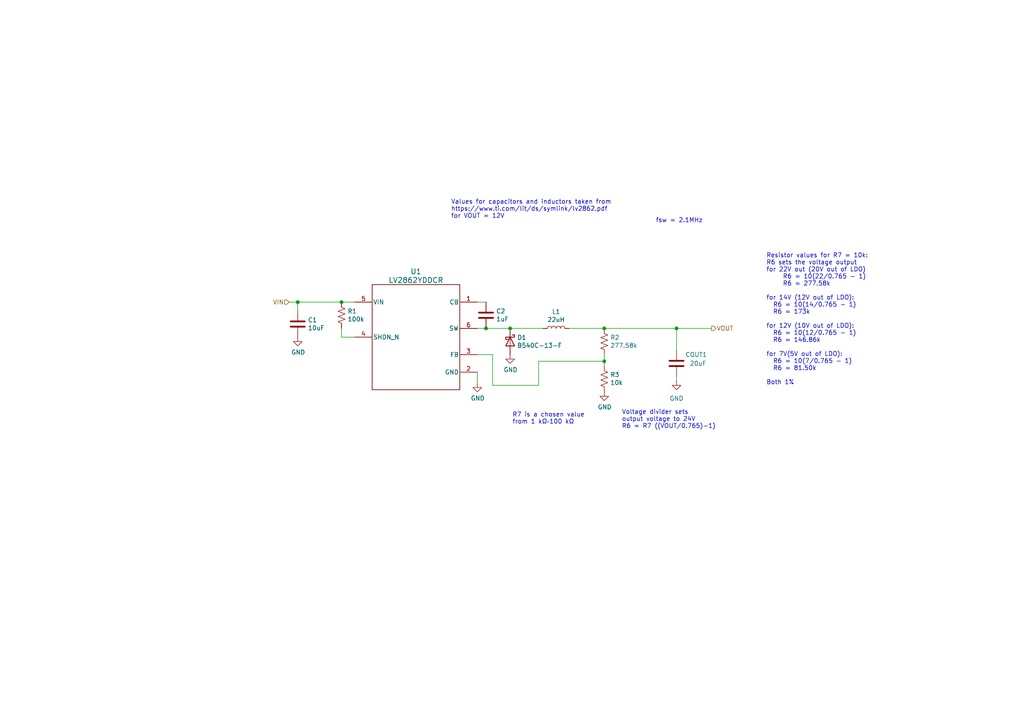
<source format=kicad_sch>
(kicad_sch (version 20230121) (generator eeschema)

  (uuid 5a149a99-7ef6-4309-ac70-ee1dc896f69a)

  (paper "A4")

  (lib_symbols
    (symbol "Buck:LV2862YDDCR" (pin_names (offset 0.254)) (in_bom yes) (on_board yes)
      (property "Reference" "U" (at 0 2.54 0)
        (effects (font (size 1.524 1.524)))
      )
      (property "Value" "LV2862YDDCR" (at 17.78 8.89 0)
        (effects (font (size 1.524 1.524)))
      )
      (property "Footprint" "DDC0006A-IPC_A" (at -20.32 -2.54 0)
        (effects (font (size 1.27 1.27) italic) hide)
      )
      (property "Datasheet" "LV2862YDDCR" (at -20.32 1.27 0)
        (effects (font (size 1.27 1.27) italic) hide)
      )
      (property "ki_locked" "" (at 0 0 0)
        (effects (font (size 1.27 1.27)))
      )
      (property "ki_keywords" "LV2862YDDCR" (at 0 0 0)
        (effects (font (size 1.27 1.27)) hide)
      )
      (property "ki_fp_filters" "DDC0006A-IPC_A DDC0006A-IPC_B DDC0006A-IPC_C DDC0006A-MFG" (at 0 0 0)
        (effects (font (size 1.27 1.27)) hide)
      )
      (symbol "LV2862YDDCR_0_1"
        (polyline
          (pts
            (xy 5.08 -25.4)
            (xy 30.48 -25.4)
          )
          (stroke (width 0.2032) (type default))
          (fill (type none))
        )
        (polyline
          (pts
            (xy 5.08 5.08)
            (xy 5.08 -25.4)
          )
          (stroke (width 0.2032) (type default))
          (fill (type none))
        )
        (polyline
          (pts
            (xy 30.48 -25.4)
            (xy 30.48 5.08)
          )
          (stroke (width 0.2032) (type default))
          (fill (type none))
        )
        (polyline
          (pts
            (xy 30.48 5.08)
            (xy 5.08 5.08)
          )
          (stroke (width 0.2032) (type default))
          (fill (type none))
        )
        (pin unspecified line (at 35.56 0 180) (length 5.08)
          (name "CB" (effects (font (size 1.27 1.27))))
          (number "1" (effects (font (size 1.27 1.27))))
        )
        (pin power_in line (at 35.56 -20.32 180) (length 5.08)
          (name "GND" (effects (font (size 1.27 1.27))))
          (number "2" (effects (font (size 1.27 1.27))))
        )
        (pin unspecified line (at 35.56 -15.24 180) (length 5.08)
          (name "FB" (effects (font (size 1.27 1.27))))
          (number "3" (effects (font (size 1.27 1.27))))
        )
        (pin input line (at 0 -10.16 0) (length 5.08)
          (name "SHDN_N" (effects (font (size 1.27 1.27))))
          (number "4" (effects (font (size 1.27 1.27))))
        )
        (pin power_in line (at 0 0 0) (length 5.08)
          (name "VIN" (effects (font (size 1.27 1.27))))
          (number "5" (effects (font (size 1.27 1.27))))
        )
        (pin unspecified line (at 35.56 -7.62 180) (length 5.08)
          (name "SW" (effects (font (size 1.27 1.27))))
          (number "6" (effects (font (size 1.27 1.27))))
        )
      )
    )
    (symbol "Device:C" (pin_numbers hide) (pin_names (offset 0.254)) (in_bom yes) (on_board yes)
      (property "Reference" "C" (at 0.635 2.54 0)
        (effects (font (size 1.27 1.27)) (justify left))
      )
      (property "Value" "C" (at 0.635 -2.54 0)
        (effects (font (size 1.27 1.27)) (justify left))
      )
      (property "Footprint" "" (at 0.9652 -3.81 0)
        (effects (font (size 1.27 1.27)) hide)
      )
      (property "Datasheet" "~" (at 0 0 0)
        (effects (font (size 1.27 1.27)) hide)
      )
      (property "ki_keywords" "cap capacitor" (at 0 0 0)
        (effects (font (size 1.27 1.27)) hide)
      )
      (property "ki_description" "Unpolarized capacitor" (at 0 0 0)
        (effects (font (size 1.27 1.27)) hide)
      )
      (property "ki_fp_filters" "C_*" (at 0 0 0)
        (effects (font (size 1.27 1.27)) hide)
      )
      (symbol "C_0_1"
        (polyline
          (pts
            (xy -2.032 -0.762)
            (xy 2.032 -0.762)
          )
          (stroke (width 0.508) (type default))
          (fill (type none))
        )
        (polyline
          (pts
            (xy -2.032 0.762)
            (xy 2.032 0.762)
          )
          (stroke (width 0.508) (type default))
          (fill (type none))
        )
      )
      (symbol "C_1_1"
        (pin passive line (at 0 3.81 270) (length 2.794)
          (name "~" (effects (font (size 1.27 1.27))))
          (number "1" (effects (font (size 1.27 1.27))))
        )
        (pin passive line (at 0 -3.81 90) (length 2.794)
          (name "~" (effects (font (size 1.27 1.27))))
          (number "2" (effects (font (size 1.27 1.27))))
        )
      )
    )
    (symbol "Device:D_Schottky" (pin_numbers hide) (pin_names (offset 1.016) hide) (in_bom yes) (on_board yes)
      (property "Reference" "D" (at 0 2.54 0)
        (effects (font (size 1.27 1.27)))
      )
      (property "Value" "D_Schottky" (at 0 -2.54 0)
        (effects (font (size 1.27 1.27)))
      )
      (property "Footprint" "" (at 0 0 0)
        (effects (font (size 1.27 1.27)) hide)
      )
      (property "Datasheet" "~" (at 0 0 0)
        (effects (font (size 1.27 1.27)) hide)
      )
      (property "ki_keywords" "diode Schottky" (at 0 0 0)
        (effects (font (size 1.27 1.27)) hide)
      )
      (property "ki_description" "Schottky diode" (at 0 0 0)
        (effects (font (size 1.27 1.27)) hide)
      )
      (property "ki_fp_filters" "TO-???* *_Diode_* *SingleDiode* D_*" (at 0 0 0)
        (effects (font (size 1.27 1.27)) hide)
      )
      (symbol "D_Schottky_0_1"
        (polyline
          (pts
            (xy 1.27 0)
            (xy -1.27 0)
          )
          (stroke (width 0) (type default))
          (fill (type none))
        )
        (polyline
          (pts
            (xy 1.27 1.27)
            (xy 1.27 -1.27)
            (xy -1.27 0)
            (xy 1.27 1.27)
          )
          (stroke (width 0.254) (type default))
          (fill (type none))
        )
        (polyline
          (pts
            (xy -1.905 0.635)
            (xy -1.905 1.27)
            (xy -1.27 1.27)
            (xy -1.27 -1.27)
            (xy -0.635 -1.27)
            (xy -0.635 -0.635)
          )
          (stroke (width 0.254) (type default))
          (fill (type none))
        )
      )
      (symbol "D_Schottky_1_1"
        (pin passive line (at -3.81 0 0) (length 2.54)
          (name "K" (effects (font (size 1.27 1.27))))
          (number "1" (effects (font (size 1.27 1.27))))
        )
        (pin passive line (at 3.81 0 180) (length 2.54)
          (name "A" (effects (font (size 1.27 1.27))))
          (number "2" (effects (font (size 1.27 1.27))))
        )
      )
    )
    (symbol "Device:L" (pin_numbers hide) (pin_names (offset 1.016) hide) (in_bom yes) (on_board yes)
      (property "Reference" "L" (at -1.27 0 90)
        (effects (font (size 1.27 1.27)))
      )
      (property "Value" "L" (at 1.905 0 90)
        (effects (font (size 1.27 1.27)))
      )
      (property "Footprint" "" (at 0 0 0)
        (effects (font (size 1.27 1.27)) hide)
      )
      (property "Datasheet" "~" (at 0 0 0)
        (effects (font (size 1.27 1.27)) hide)
      )
      (property "ki_keywords" "inductor choke coil reactor magnetic" (at 0 0 0)
        (effects (font (size 1.27 1.27)) hide)
      )
      (property "ki_description" "Inductor" (at 0 0 0)
        (effects (font (size 1.27 1.27)) hide)
      )
      (property "ki_fp_filters" "Choke_* *Coil* Inductor_* L_*" (at 0 0 0)
        (effects (font (size 1.27 1.27)) hide)
      )
      (symbol "L_0_1"
        (arc (start 0 -2.54) (mid 0.6323 -1.905) (end 0 -1.27)
          (stroke (width 0) (type default))
          (fill (type none))
        )
        (arc (start 0 -1.27) (mid 0.6323 -0.635) (end 0 0)
          (stroke (width 0) (type default))
          (fill (type none))
        )
        (arc (start 0 0) (mid 0.6323 0.635) (end 0 1.27)
          (stroke (width 0) (type default))
          (fill (type none))
        )
        (arc (start 0 1.27) (mid 0.6323 1.905) (end 0 2.54)
          (stroke (width 0) (type default))
          (fill (type none))
        )
      )
      (symbol "L_1_1"
        (pin passive line (at 0 3.81 270) (length 1.27)
          (name "1" (effects (font (size 1.27 1.27))))
          (number "1" (effects (font (size 1.27 1.27))))
        )
        (pin passive line (at 0 -3.81 90) (length 1.27)
          (name "2" (effects (font (size 1.27 1.27))))
          (number "2" (effects (font (size 1.27 1.27))))
        )
      )
    )
    (symbol "Device:R_US" (pin_numbers hide) (pin_names (offset 0)) (in_bom yes) (on_board yes)
      (property "Reference" "R" (at 2.54 0 90)
        (effects (font (size 1.27 1.27)))
      )
      (property "Value" "R_US" (at -2.54 0 90)
        (effects (font (size 1.27 1.27)))
      )
      (property "Footprint" "" (at 1.016 -0.254 90)
        (effects (font (size 1.27 1.27)) hide)
      )
      (property "Datasheet" "~" (at 0 0 0)
        (effects (font (size 1.27 1.27)) hide)
      )
      (property "ki_keywords" "R res resistor" (at 0 0 0)
        (effects (font (size 1.27 1.27)) hide)
      )
      (property "ki_description" "Resistor, US symbol" (at 0 0 0)
        (effects (font (size 1.27 1.27)) hide)
      )
      (property "ki_fp_filters" "R_*" (at 0 0 0)
        (effects (font (size 1.27 1.27)) hide)
      )
      (symbol "R_US_0_1"
        (polyline
          (pts
            (xy 0 -2.286)
            (xy 0 -2.54)
          )
          (stroke (width 0) (type default))
          (fill (type none))
        )
        (polyline
          (pts
            (xy 0 2.286)
            (xy 0 2.54)
          )
          (stroke (width 0) (type default))
          (fill (type none))
        )
        (polyline
          (pts
            (xy 0 -0.762)
            (xy 1.016 -1.143)
            (xy 0 -1.524)
            (xy -1.016 -1.905)
            (xy 0 -2.286)
          )
          (stroke (width 0) (type default))
          (fill (type none))
        )
        (polyline
          (pts
            (xy 0 0.762)
            (xy 1.016 0.381)
            (xy 0 0)
            (xy -1.016 -0.381)
            (xy 0 -0.762)
          )
          (stroke (width 0) (type default))
          (fill (type none))
        )
        (polyline
          (pts
            (xy 0 2.286)
            (xy 1.016 1.905)
            (xy 0 1.524)
            (xy -1.016 1.143)
            (xy 0 0.762)
          )
          (stroke (width 0) (type default))
          (fill (type none))
        )
      )
      (symbol "R_US_1_1"
        (pin passive line (at 0 3.81 270) (length 1.27)
          (name "~" (effects (font (size 1.27 1.27))))
          (number "1" (effects (font (size 1.27 1.27))))
        )
        (pin passive line (at 0 -3.81 90) (length 1.27)
          (name "~" (effects (font (size 1.27 1.27))))
          (number "2" (effects (font (size 1.27 1.27))))
        )
      )
    )
    (symbol "power:GND" (power) (pin_names (offset 0)) (in_bom yes) (on_board yes)
      (property "Reference" "#PWR" (at 0 -6.35 0)
        (effects (font (size 1.27 1.27)) hide)
      )
      (property "Value" "GND" (at 0 -3.81 0)
        (effects (font (size 1.27 1.27)))
      )
      (property "Footprint" "" (at 0 0 0)
        (effects (font (size 1.27 1.27)) hide)
      )
      (property "Datasheet" "" (at 0 0 0)
        (effects (font (size 1.27 1.27)) hide)
      )
      (property "ki_keywords" "global power" (at 0 0 0)
        (effects (font (size 1.27 1.27)) hide)
      )
      (property "ki_description" "Power symbol creates a global label with name \"GND\" , ground" (at 0 0 0)
        (effects (font (size 1.27 1.27)) hide)
      )
      (symbol "GND_0_1"
        (polyline
          (pts
            (xy 0 0)
            (xy 0 -1.27)
            (xy 1.27 -1.27)
            (xy 0 -2.54)
            (xy -1.27 -1.27)
            (xy 0 -1.27)
          )
          (stroke (width 0) (type default))
          (fill (type none))
        )
      )
      (symbol "GND_1_1"
        (pin power_in line (at 0 0 270) (length 0) hide
          (name "GND" (effects (font (size 1.27 1.27))))
          (number "1" (effects (font (size 1.27 1.27))))
        )
      )
    )
  )

  (junction (at 196.215 95.25) (diameter 0) (color 0 0 0 0)
    (uuid 01d793eb-eb48-4bd5-9168-b88c98d85c3e)
  )
  (junction (at 86.36 87.63) (diameter 0) (color 0 0 0 0)
    (uuid 21e323d5-73a2-4446-928f-6bc4c862fe28)
  )
  (junction (at 99.06 87.63) (diameter 0) (color 0 0 0 0)
    (uuid 456b0c31-ee32-4a06-9edf-153ff52ef62a)
  )
  (junction (at 175.26 95.25) (diameter 0) (color 0 0 0 0)
    (uuid 8b5a4e53-3ef4-42ea-a546-a13f7c6eca5c)
  )
  (junction (at 140.97 95.25) (diameter 0) (color 0 0 0 0)
    (uuid ad3815fc-f722-411e-861f-7263c01230be)
  )
  (junction (at 175.26 104.775) (diameter 0) (color 0 0 0 0)
    (uuid d81f4dc0-921e-4ead-ad4d-a3000d113920)
  )
  (junction (at 147.955 95.25) (diameter 0) (color 0 0 0 0)
    (uuid ed13aad3-a2ae-4a96-b5f1-7697a30b4716)
  )

  (wire (pts (xy 138.43 102.87) (xy 142.875 102.87))
    (stroke (width 0) (type default))
    (uuid 096722de-840b-4879-8546-487dd9650cc8)
  )
  (wire (pts (xy 86.36 87.63) (xy 83.82 87.63))
    (stroke (width 0) (type default))
    (uuid 0fc572f9-b012-4742-b8ce-00b20e914229)
  )
  (wire (pts (xy 86.36 87.63) (xy 99.06 87.63))
    (stroke (width 0) (type default))
    (uuid 1f005e26-b83c-4143-91fe-560d3d7a5d13)
  )
  (wire (pts (xy 140.97 95.25) (xy 147.955 95.25))
    (stroke (width 0) (type default))
    (uuid 1f0877b2-3c9e-4ce2-84f4-c0296d106c8d)
  )
  (wire (pts (xy 138.43 87.63) (xy 140.97 87.63))
    (stroke (width 0) (type default))
    (uuid 232e3957-8aa4-4aa8-89e2-fbbe486f72d8)
  )
  (wire (pts (xy 99.06 87.63) (xy 102.87 87.63))
    (stroke (width 0) (type default))
    (uuid 39875e18-532c-4d28-91a2-9b28f9209e4b)
  )
  (wire (pts (xy 196.215 110.49) (xy 196.215 109.22))
    (stroke (width 0) (type default))
    (uuid 41c58ded-a36e-4e56-b64f-9ee47700da49)
  )
  (wire (pts (xy 196.215 95.25) (xy 206.375 95.25))
    (stroke (width 0) (type default))
    (uuid 489fcd13-c2fd-4a47-97db-92222a7aabdf)
  )
  (wire (pts (xy 138.43 95.25) (xy 140.97 95.25))
    (stroke (width 0) (type default))
    (uuid 5c65f706-5358-44db-bd63-3ddb540a95fa)
  )
  (wire (pts (xy 165.1 95.25) (xy 175.26 95.25))
    (stroke (width 0) (type default))
    (uuid 62fbda39-4444-4cec-abc9-ffa6046ce14a)
  )
  (wire (pts (xy 147.955 95.25) (xy 157.48 95.25))
    (stroke (width 0) (type default))
    (uuid 8085baf1-1c0f-4207-bd5e-f4e3547f3124)
  )
  (wire (pts (xy 138.43 107.95) (xy 138.43 111.125))
    (stroke (width 0) (type default))
    (uuid 821b3d9c-6ce4-42f6-858c-3921acf3a597)
  )
  (wire (pts (xy 156.21 104.775) (xy 175.26 104.775))
    (stroke (width 0) (type default))
    (uuid 8fdb6818-ecf7-47c8-a558-523043571d0a)
  )
  (wire (pts (xy 175.26 102.87) (xy 175.26 104.775))
    (stroke (width 0) (type default))
    (uuid a80d0b7e-0c41-4b76-b8de-e7cafb1b47a8)
  )
  (wire (pts (xy 142.875 111.76) (xy 156.21 111.76))
    (stroke (width 0) (type default))
    (uuid ad0a45f3-d581-4ccd-aee8-3e60b4d5aadf)
  )
  (wire (pts (xy 175.26 95.25) (xy 196.215 95.25))
    (stroke (width 0) (type default))
    (uuid ad5bcb0c-c795-4176-9e03-deee871e2555)
  )
  (wire (pts (xy 99.06 97.79) (xy 102.87 97.79))
    (stroke (width 0) (type default))
    (uuid ae708cb6-6b53-4b6e-9c25-0a16b62a5110)
  )
  (wire (pts (xy 156.21 111.76) (xy 156.21 104.775))
    (stroke (width 0) (type default))
    (uuid d2ec25ee-dcb8-483e-b11b-a4245aeeea2c)
  )
  (wire (pts (xy 86.36 90.17) (xy 86.36 87.63))
    (stroke (width 0) (type default))
    (uuid d8e3c083-2fd0-4e9f-a775-85cbe3deb0fb)
  )
  (wire (pts (xy 175.26 104.775) (xy 175.26 106.045))
    (stroke (width 0) (type default))
    (uuid e9b018e5-6f0d-4539-8cf1-6fc09cb41888)
  )
  (wire (pts (xy 196.215 95.25) (xy 196.215 101.6))
    (stroke (width 0) (type default))
    (uuid f7a7a90a-4c32-472f-8527-4e949c0fd311)
  )
  (wire (pts (xy 142.875 102.87) (xy 142.875 111.76))
    (stroke (width 0) (type default))
    (uuid fae240a1-f4bb-4203-9017-c544bd2020f5)
  )
  (wire (pts (xy 99.06 95.25) (xy 99.06 97.79))
    (stroke (width 0) (type default))
    (uuid fb93fce1-4cbf-4571-90eb-0a0e2b7b485a)
  )

  (text " fsw = 2.1MHz\n" (at 189.23 64.77 0)
    (effects (font (size 1.27 1.27)) (justify left bottom))
    (uuid 041031f7-aac0-4144-af21-c015da07bc7d)
  )
  (text "Values for capacitors and inductors taken from \nhttps://www.ti.com/lit/ds/symlink/lv2862.pdf\nfor VOUT = 12V\n"
    (at 130.81 63.5 0)
    (effects (font (size 1.27 1.27)) (justify left bottom))
    (uuid 6bb292b5-280a-46f6-b306-a771173a110d)
  )
  (text "R7 is a chosen value\nfrom 1 kΩ–100 kΩ" (at 148.59 123.19 0)
    (effects (font (size 1.27 1.27)) (justify left bottom))
    (uuid b464db07-34b0-4cb2-82a0-2f1306000537)
  )
  (text "Voltage divider sets\noutput voltage to 24V\nR6 = R7 ((VOUT/0.765)-1)"
    (at 180.34 124.46 0)
    (effects (font (size 1.27 1.27)) (justify left bottom))
    (uuid cf02f542-609b-4ada-84ed-4c7bdee90d58)
  )
  (text "Resistor values for R7 = 10k:\nR6 sets the voltage output\nfor 22V out (20V out of LDO)\n	R6 = 10(22/0.765 - 1)\n	R6 = 277.58k\n\nfor 14V (12V out of LDO):\n  R6 = 10(14/0.765 - 1)\n  R6 = 173k\n\nfor 12V (10V out of LDO):\n  R6 = 10(12/0.765 - 1)\n  R6 = 146.86k\n\nfor 7V(5V out of LDO):\n  R6 = 10(7/0.765 - 1)\n  R6 = 81.50k\n\nBoth 1%"
    (at 222.25 111.76 0)
    (effects (font (size 1.27 1.27)) (justify left bottom))
    (uuid f0f8cf47-d8a8-44a9-b354-af74bebf8b0c)
  )

  (hierarchical_label "VOUT" (shape output) (at 206.375 95.25 0) (fields_autoplaced)
    (effects (font (size 1.27 1.27)) (justify left))
    (uuid 8456d097-1875-4d11-acdf-5d2d383c07f4)
  )
  (hierarchical_label "VIN" (shape input) (at 83.82 87.63 180) (fields_autoplaced)
    (effects (font (size 1.27 1.27)) (justify right))
    (uuid a2fddfbe-9b68-46ef-95b4-30749eafbfd9)
  )

  (symbol (lib_id "Device:C") (at 86.36 93.98 0) (unit 1)
    (in_bom yes) (on_board yes) (dnp no)
    (uuid 00000000-0000-0000-0000-000061329f37)
    (property "Reference" "C1" (at 89.281 92.8116 0)
      (effects (font (size 1.27 1.27)) (justify left))
    )
    (property "Value" "10uF" (at 89.281 95.123 0)
      (effects (font (size 1.27 1.27)) (justify left))
    )
    (property "Footprint" "Capacitor_SMD:C_0805_2012Metric_Pad1.18x1.45mm_HandSolder" (at 87.3252 97.79 0)
      (effects (font (size 1.27 1.27)) hide)
    )
    (property "Datasheet" "~" (at 86.36 93.98 0)
      (effects (font (size 1.27 1.27)) hide)
    )
    (pin "1" (uuid 848a2b10-9c9d-435f-89d8-38145e9fcbbf))
    (pin "2" (uuid 2e8f42f0-eb8c-403d-b20c-5d93ffe94914))
    (instances
      (project "buck_fixed"
        (path "/5a149a99-7ef6-4309-ac70-ee1dc896f69a"
          (reference "C1") (unit 1)
        )
      )
      (project "power_board"
        (path "/8a849c59-59c0-42e0-a511-c33c123656fd/00000000-0000-0000-0000-00006153da18"
          (reference "C1") (unit 1)
        )
      )
    )
  )

  (symbol (lib_id "power:GND") (at 86.36 97.79 0) (unit 1)
    (in_bom yes) (on_board yes) (dnp no)
    (uuid 00000000-0000-0000-0000-000061329f3d)
    (property "Reference" "#PWR0105" (at 86.36 104.14 0)
      (effects (font (size 1.27 1.27)) hide)
    )
    (property "Value" "GND" (at 86.487 102.1842 0)
      (effects (font (size 1.27 1.27)))
    )
    (property "Footprint" "" (at 86.36 97.79 0)
      (effects (font (size 1.27 1.27)) hide)
    )
    (property "Datasheet" "" (at 86.36 97.79 0)
      (effects (font (size 1.27 1.27)) hide)
    )
    (pin "1" (uuid b2706b25-dbd7-467b-9e5f-1725cf5ff711))
    (instances
      (project "buck_fixed"
        (path "/5a149a99-7ef6-4309-ac70-ee1dc896f69a"
          (reference "#PWR0105") (unit 1)
        )
      )
      (project "power_board"
        (path "/8a849c59-59c0-42e0-a511-c33c123656fd/00000000-0000-0000-0000-00006153da18"
          (reference "#PWR012") (unit 1)
        )
      )
    )
  )

  (symbol (lib_id "Device:C") (at 140.97 91.44 180) (unit 1)
    (in_bom yes) (on_board yes) (dnp no)
    (uuid 00000000-0000-0000-0000-000061329f65)
    (property "Reference" "C2" (at 143.891 90.2716 0)
      (effects (font (size 1.27 1.27)) (justify right))
    )
    (property "Value" "1uF" (at 143.891 92.583 0)
      (effects (font (size 1.27 1.27)) (justify right))
    )
    (property "Footprint" "Capacitor_SMD:C_0805_2012Metric_Pad1.18x1.45mm_HandSolder" (at 140.0048 87.63 0)
      (effects (font (size 1.27 1.27)) hide)
    )
    (property "Datasheet" "~" (at 140.97 91.44 0)
      (effects (font (size 1.27 1.27)) hide)
    )
    (pin "1" (uuid b0dddc12-c0b7-4df6-91ce-4965e72a2b85))
    (pin "2" (uuid a5d7d2af-38c5-4e03-b069-f3cacfb317d7))
    (instances
      (project "buck_fixed"
        (path "/5a149a99-7ef6-4309-ac70-ee1dc896f69a"
          (reference "C2") (unit 1)
        )
      )
      (project "power_board"
        (path "/8a849c59-59c0-42e0-a511-c33c123656fd/00000000-0000-0000-0000-00006153da18"
          (reference "C2") (unit 1)
        )
      )
    )
  )

  (symbol (lib_id "Device:D_Schottky") (at 147.955 99.06 270) (unit 1)
    (in_bom yes) (on_board yes) (dnp no)
    (uuid 00000000-0000-0000-0000-000061329f6b)
    (property "Reference" "D1" (at 149.987 97.8916 90)
      (effects (font (size 1.27 1.27)) (justify left))
    )
    (property "Value" "B540C-13-F" (at 149.987 100.203 90)
      (effects (font (size 1.27 1.27)) (justify left))
    )
    (property "Footprint" "Diode_THT:D_DO-41_SOD81_P10.16mm_Horizontal" (at 147.955 99.06 0)
      (effects (font (size 1.27 1.27)) hide)
    )
    (property "Datasheet" "~" (at 147.955 99.06 0)
      (effects (font (size 1.27 1.27)) hide)
    )
    (pin "1" (uuid a0fd78d2-e3d2-4a6d-bc54-a224f8f9f282))
    (pin "2" (uuid 1fae94ac-8a6d-4541-a60a-fb34a5abc86d))
    (instances
      (project "buck_fixed"
        (path "/5a149a99-7ef6-4309-ac70-ee1dc896f69a"
          (reference "D1") (unit 1)
        )
      )
      (project "power_board"
        (path "/8a849c59-59c0-42e0-a511-c33c123656fd/00000000-0000-0000-0000-00006153da18"
          (reference "D1") (unit 1)
        )
      )
    )
  )

  (symbol (lib_id "Device:L") (at 161.29 95.25 90) (unit 1)
    (in_bom yes) (on_board yes) (dnp no)
    (uuid 00000000-0000-0000-0000-000061329f71)
    (property "Reference" "L1" (at 161.29 90.424 90)
      (effects (font (size 1.27 1.27)))
    )
    (property "Value" "22uH" (at 161.29 92.7354 90)
      (effects (font (size 1.27 1.27)))
    )
    (property "Footprint" "Inductor_SMD:L_0805_2012Metric_Pad1.15x1.40mm_HandSolder" (at 161.29 95.25 0)
      (effects (font (size 1.27 1.27)) hide)
    )
    (property "Datasheet" "~" (at 161.29 95.25 0)
      (effects (font (size 1.27 1.27)) hide)
    )
    (pin "1" (uuid 63b763d1-90db-4fa4-aea0-98f3c365ca4a))
    (pin "2" (uuid d46b8a09-2baf-4be3-8a4e-4368823e4bf0))
    (instances
      (project "buck_fixed"
        (path "/5a149a99-7ef6-4309-ac70-ee1dc896f69a"
          (reference "L1") (unit 1)
        )
      )
      (project "power_board"
        (path "/8a849c59-59c0-42e0-a511-c33c123656fd/00000000-0000-0000-0000-00006153da18"
          (reference "L1") (unit 1)
        )
      )
    )
  )

  (symbol (lib_id "Device:R_US") (at 175.26 99.06 0) (unit 1)
    (in_bom yes) (on_board yes) (dnp no)
    (uuid 00000000-0000-0000-0000-000061329f7d)
    (property "Reference" "R2" (at 176.9872 97.8916 0)
      (effects (font (size 1.27 1.27)) (justify left))
    )
    (property "Value" "277.58k" (at 176.9872 100.203 0)
      (effects (font (size 1.27 1.27)) (justify left))
    )
    (property "Footprint" "Resistor_SMD:R_0805_2012Metric_Pad1.20x1.40mm_HandSolder" (at 173.482 99.06 90)
      (effects (font (size 1.27 1.27)) hide)
    )
    (property "Datasheet" "~" (at 175.26 99.06 0)
      (effects (font (size 1.27 1.27)) hide)
    )
    (pin "1" (uuid f0510b19-d0ef-4118-9a7c-a732cec0a86d))
    (pin "2" (uuid eb17f30c-6f83-494c-a3af-892bb6c5c065))
    (instances
      (project "buck_fixed"
        (path "/5a149a99-7ef6-4309-ac70-ee1dc896f69a"
          (reference "R2") (unit 1)
        )
      )
      (project "power_board"
        (path "/8a849c59-59c0-42e0-a511-c33c123656fd/00000000-0000-0000-0000-00006153da18"
          (reference "R6") (unit 1)
        )
      )
    )
  )

  (symbol (lib_id "power:GND") (at 147.955 102.87 0) (unit 1)
    (in_bom yes) (on_board yes) (dnp no)
    (uuid 00000000-0000-0000-0000-000061329f89)
    (property "Reference" "#PWR0102" (at 147.955 109.22 0)
      (effects (font (size 1.27 1.27)) hide)
    )
    (property "Value" "GND" (at 148.082 107.2642 0)
      (effects (font (size 1.27 1.27)))
    )
    (property "Footprint" "" (at 147.955 102.87 0)
      (effects (font (size 1.27 1.27)) hide)
    )
    (property "Datasheet" "" (at 147.955 102.87 0)
      (effects (font (size 1.27 1.27)) hide)
    )
    (pin "1" (uuid bba39b92-ec65-4ecd-a650-3a3be5fab7f5))
    (instances
      (project "buck_fixed"
        (path "/5a149a99-7ef6-4309-ac70-ee1dc896f69a"
          (reference "#PWR0102") (unit 1)
        )
      )
      (project "power_board"
        (path "/8a849c59-59c0-42e0-a511-c33c123656fd/00000000-0000-0000-0000-00006153da18"
          (reference "#PWR014") (unit 1)
        )
      )
    )
  )

  (symbol (lib_id "power:GND") (at 196.215 110.49 0) (unit 1)
    (in_bom yes) (on_board yes) (dnp no) (fields_autoplaced)
    (uuid 28b2360c-b50f-458f-a850-854c02dc3c34)
    (property "Reference" "#PWR?" (at 196.215 116.84 0)
      (effects (font (size 1.27 1.27)) hide)
    )
    (property "Value" "GND" (at 196.215 115.57 0)
      (effects (font (size 1.27 1.27)))
    )
    (property "Footprint" "" (at 196.215 110.49 0)
      (effects (font (size 1.27 1.27)) hide)
    )
    (property "Datasheet" "" (at 196.215 110.49 0)
      (effects (font (size 1.27 1.27)) hide)
    )
    (pin "1" (uuid 56c9a9ae-4f55-43fd-b17b-fb686045a8da))
    (instances
      (project "buck_converter_new"
        (path "/149e507d-55bd-45fe-b150-20d899d3b124"
          (reference "#PWR?") (unit 1)
        )
      )
      (project "buck_fixed"
        (path "/5a149a99-7ef6-4309-ac70-ee1dc896f69a"
          (reference "#PWR0103") (unit 1)
        )
      )
      (project "power_board"
        (path "/8a849c59-59c0-42e0-a511-c33c123656fd/00000000-0000-0000-0000-00006153da18"
          (reference "#PWR016") (unit 1)
        )
      )
    )
  )

  (symbol (lib_id "Buck:LV2862YDDCR") (at 102.87 87.63 0) (unit 1)
    (in_bom yes) (on_board yes) (dnp no) (fields_autoplaced)
    (uuid 43652729-863a-4ace-a7a8-22dae61e1063)
    (property "Reference" "U1" (at 120.65 78.74 0)
      (effects (font (size 1.524 1.524)))
    )
    (property "Value" "LV2862YDDCR" (at 120.65 81.28 0)
      (effects (font (size 1.524 1.524)))
    )
    (property "Footprint" "Package_TO_SOT_SMD:TSOT-23-6_HandSoldering" (at 82.55 90.17 0)
      (effects (font (size 1.27 1.27) italic) hide)
    )
    (property "Datasheet" "LV2862YDDCR" (at 82.55 86.36 0)
      (effects (font (size 1.27 1.27) italic) hide)
    )
    (pin "1" (uuid 8c411073-7df3-42b6-be77-9208eca16ef9))
    (pin "2" (uuid 84064a9d-fe63-4fbe-b468-0205dd46dd03))
    (pin "3" (uuid 69200e15-f0ed-4202-861c-8bb9e15b93f2))
    (pin "4" (uuid 2cb35cfa-34f7-48a8-8a20-68d68d199f53))
    (pin "5" (uuid 15a3f5d2-1f6d-4993-bab5-b8b3400027fc))
    (pin "6" (uuid 0f593eaa-9d10-4d96-8c9c-99202f98468c))
    (instances
      (project "buck_fixed"
        (path "/5a149a99-7ef6-4309-ac70-ee1dc896f69a"
          (reference "U1") (unit 1)
        )
      )
      (project "power_board"
        (path "/8a849c59-59c0-42e0-a511-c33c123656fd/00000000-0000-0000-0000-00006153da18"
          (reference "U1") (unit 1)
        )
      )
    )
  )

  (symbol (lib_id "Device:R_US") (at 99.06 91.44 0) (unit 1)
    (in_bom yes) (on_board yes) (dnp no)
    (uuid 4e44ad2b-7f83-499f-8ddb-404d4aeb2009)
    (property "Reference" "R1" (at 100.7872 90.2716 0)
      (effects (font (size 1.27 1.27)) (justify left))
    )
    (property "Value" "100k" (at 100.7872 92.583 0)
      (effects (font (size 1.27 1.27)) (justify left))
    )
    (property "Footprint" "Resistor_SMD:R_0805_2012Metric_Pad1.20x1.40mm_HandSolder" (at 97.282 91.44 90)
      (effects (font (size 1.27 1.27)) hide)
    )
    (property "Datasheet" "~" (at 99.06 91.44 0)
      (effects (font (size 1.27 1.27)) hide)
    )
    (pin "1" (uuid 3a05143b-0a7c-4115-a006-65c42b2240e1))
    (pin "2" (uuid 2b0cb45d-fe8c-4a6b-b5da-9a0cbd08a856))
    (instances
      (project "buck_fixed"
        (path "/5a149a99-7ef6-4309-ac70-ee1dc896f69a"
          (reference "R1") (unit 1)
        )
      )
      (project "power_board"
        (path "/8a849c59-59c0-42e0-a511-c33c123656fd/00000000-0000-0000-0000-00006153da18"
          (reference "R5") (unit 1)
        )
      )
    )
  )

  (symbol (lib_id "Device:R_US") (at 175.26 109.855 0) (unit 1)
    (in_bom yes) (on_board yes) (dnp no)
    (uuid 7bb96ec0-1234-4760-a797-494d1c5c674c)
    (property "Reference" "R3" (at 176.9872 108.6866 0)
      (effects (font (size 1.27 1.27)) (justify left))
    )
    (property "Value" "10k" (at 176.9872 110.998 0)
      (effects (font (size 1.27 1.27)) (justify left))
    )
    (property "Footprint" "Resistor_SMD:R_0805_2012Metric_Pad1.20x1.40mm_HandSolder" (at 173.482 109.855 90)
      (effects (font (size 1.27 1.27)) hide)
    )
    (property "Datasheet" "~" (at 175.26 109.855 0)
      (effects (font (size 1.27 1.27)) hide)
    )
    (pin "1" (uuid c5f4e286-ada8-4d0b-baa0-e6d617227cd0))
    (pin "2" (uuid dd635cd6-12b3-44e3-9f8a-105355624e62))
    (instances
      (project "buck_fixed"
        (path "/5a149a99-7ef6-4309-ac70-ee1dc896f69a"
          (reference "R3") (unit 1)
        )
      )
      (project "power_board"
        (path "/8a849c59-59c0-42e0-a511-c33c123656fd/00000000-0000-0000-0000-00006153da18"
          (reference "R7") (unit 1)
        )
      )
    )
  )

  (symbol (lib_id "power:GND") (at 175.26 113.665 0) (unit 1)
    (in_bom yes) (on_board yes) (dnp no)
    (uuid dda2bdba-26ef-47d6-8dfb-dcfc22768cdd)
    (property "Reference" "#PWR0104" (at 175.26 120.015 0)
      (effects (font (size 1.27 1.27)) hide)
    )
    (property "Value" "GND" (at 175.387 118.0592 0)
      (effects (font (size 1.27 1.27)))
    )
    (property "Footprint" "" (at 175.26 113.665 0)
      (effects (font (size 1.27 1.27)) hide)
    )
    (property "Datasheet" "" (at 175.26 113.665 0)
      (effects (font (size 1.27 1.27)) hide)
    )
    (pin "1" (uuid 34832c0a-417e-4633-82f4-11f9faa06eda))
    (instances
      (project "buck_fixed"
        (path "/5a149a99-7ef6-4309-ac70-ee1dc896f69a"
          (reference "#PWR0104") (unit 1)
        )
      )
      (project "power_board"
        (path "/8a849c59-59c0-42e0-a511-c33c123656fd/00000000-0000-0000-0000-00006153da18"
          (reference "#PWR015") (unit 1)
        )
      )
    )
  )

  (symbol (lib_id "power:GND") (at 138.43 111.125 0) (unit 1)
    (in_bom yes) (on_board yes) (dnp no)
    (uuid e135c372-675f-4384-82fb-b4e95868cf4b)
    (property "Reference" "#PWR0101" (at 138.43 117.475 0)
      (effects (font (size 1.27 1.27)) hide)
    )
    (property "Value" "GND" (at 138.557 115.5192 0)
      (effects (font (size 1.27 1.27)))
    )
    (property "Footprint" "" (at 138.43 111.125 0)
      (effects (font (size 1.27 1.27)) hide)
    )
    (property "Datasheet" "" (at 138.43 111.125 0)
      (effects (font (size 1.27 1.27)) hide)
    )
    (pin "1" (uuid 8bfde377-9c8e-49e6-85a8-4b6f51708660))
    (instances
      (project "buck_fixed"
        (path "/5a149a99-7ef6-4309-ac70-ee1dc896f69a"
          (reference "#PWR0101") (unit 1)
        )
      )
      (project "power_board"
        (path "/8a849c59-59c0-42e0-a511-c33c123656fd/00000000-0000-0000-0000-00006153da18"
          (reference "#PWR013") (unit 1)
        )
      )
    )
  )

  (symbol (lib_id "Device:C") (at 196.215 105.41 0) (unit 1)
    (in_bom yes) (on_board yes) (dnp no)
    (uuid e9cc8104-450a-4fa5-a993-ff4370b5008d)
    (property "Reference" "COUT?" (at 198.755 102.87 0)
      (effects (font (size 1.27 1.27)) (justify left))
    )
    (property "Value" "20uF" (at 200.025 105.41 0)
      (effects (font (size 1.27 1.27)) (justify left))
    )
    (property "Footprint" "Capacitor_SMD:C_0805_2012Metric_Pad1.18x1.45mm_HandSolder" (at 197.1802 109.22 0)
      (effects (font (size 1.27 1.27)) hide)
    )
    (property "Datasheet" "~" (at 196.215 105.41 0)
      (effects (font (size 1.27 1.27)) hide)
    )
    (pin "1" (uuid 32019abf-ac6a-4557-866e-1c41e9645cb9))
    (pin "2" (uuid 2ce343e5-2a3e-46e5-b8b5-acd2efa4b1dd))
    (instances
      (project "buck_converter_new"
        (path "/149e507d-55bd-45fe-b150-20d899d3b124"
          (reference "COUT?") (unit 1)
        )
      )
      (project "buck_fixed"
        (path "/5a149a99-7ef6-4309-ac70-ee1dc896f69a"
          (reference "COUT1") (unit 1)
        )
      )
      (project "power_board"
        (path "/8a849c59-59c0-42e0-a511-c33c123656fd/00000000-0000-0000-0000-00006153da18"
          (reference "COUT1") (unit 1)
        )
      )
    )
  )

  (sheet_instances
    (path "/" (page "1"))
  )
)

</source>
